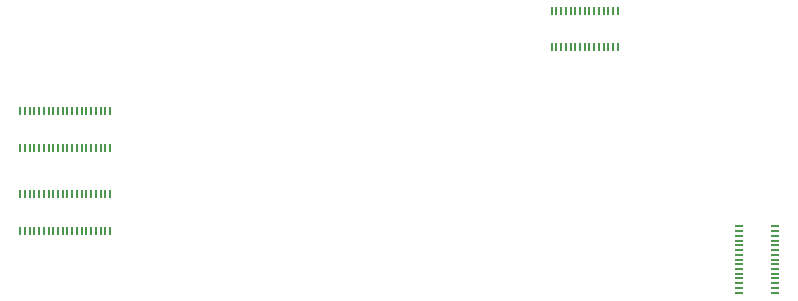
<source format=gbp>
G04 #@! TF.GenerationSoftware,KiCad,Pcbnew,7.0.10-7.0.10~ubuntu22.04.1*
G04 #@! TF.CreationDate,2024-02-08T17:20:11-05:00*
G04 #@! TF.ProjectId,daughterBoard,64617567-6874-4657-9242-6f6172642e6b,rev?*
G04 #@! TF.SameCoordinates,Original*
G04 #@! TF.FileFunction,Paste,Bot*
G04 #@! TF.FilePolarity,Positive*
%FSLAX46Y46*%
G04 Gerber Fmt 4.6, Leading zero omitted, Abs format (unit mm)*
G04 Created by KiCad (PCBNEW 7.0.10-7.0.10~ubuntu22.04.1) date 2024-02-08 17:20:11*
%MOMM*%
%LPD*%
G01*
G04 APERTURE LIST*
%ADD10R,0.200000X0.700000*%
%ADD11R,0.700000X0.200000*%
G04 APERTURE END LIST*
D10*
X202300000Y-77040000D03*
X201900000Y-77040000D03*
X201500000Y-77040000D03*
X201100000Y-77040000D03*
X200700000Y-77040000D03*
X200300000Y-77040000D03*
X199900000Y-77040000D03*
X199500000Y-77040000D03*
X199100000Y-77040000D03*
X198700000Y-77040000D03*
X198300000Y-77040000D03*
X197900000Y-77040000D03*
X197500000Y-77040000D03*
X197100000Y-77040000D03*
X196700000Y-77040000D03*
X202300000Y-73960000D03*
X201900000Y-73960000D03*
X201500000Y-73960000D03*
X201100000Y-73960000D03*
X200700000Y-73960000D03*
X200300000Y-73960000D03*
X199900000Y-73960000D03*
X199500000Y-73960000D03*
X199100000Y-73960000D03*
X198700000Y-73960000D03*
X198300000Y-73960000D03*
X197900000Y-73960000D03*
X197500000Y-73960000D03*
X197100000Y-73960000D03*
X196700000Y-73960000D03*
D11*
X215640000Y-92200000D03*
X215640000Y-92600000D03*
X215640000Y-93000000D03*
X215640000Y-93400000D03*
X215640000Y-93800000D03*
X215640000Y-94200000D03*
X215640000Y-94600000D03*
X215640000Y-95000000D03*
X215640000Y-95400000D03*
X215640000Y-95800000D03*
X215640000Y-96200000D03*
X215640000Y-96600000D03*
X215640000Y-97000000D03*
X215640000Y-97400000D03*
X215640000Y-97800000D03*
X212560000Y-92200000D03*
X212560000Y-92600000D03*
X212560000Y-93000000D03*
X212560000Y-93400000D03*
X212560000Y-93800000D03*
X212560000Y-94200000D03*
X212560000Y-94600000D03*
X212560000Y-95000000D03*
X212560000Y-95400000D03*
X212560000Y-95800000D03*
X212560000Y-96200000D03*
X212560000Y-96600000D03*
X212560000Y-97000000D03*
X212560000Y-97400000D03*
X212560000Y-97800000D03*
D10*
X151700000Y-89460000D03*
X152100000Y-89460000D03*
X152500000Y-89460000D03*
X152900000Y-89460000D03*
X153300000Y-89460000D03*
X153700000Y-89460000D03*
X154100000Y-89460000D03*
X154500000Y-89460000D03*
X154900000Y-89460000D03*
X155300000Y-89460000D03*
X155700000Y-89460000D03*
X156100000Y-89460000D03*
X156500000Y-89460000D03*
X156900000Y-89460000D03*
X157300000Y-89460000D03*
X157700000Y-89460000D03*
X158100000Y-89460000D03*
X158500000Y-89460000D03*
X158900000Y-89460000D03*
X159300000Y-89460000D03*
X151700000Y-92540000D03*
X152100000Y-92540000D03*
X152500000Y-92540000D03*
X152900000Y-92540000D03*
X153300000Y-92540000D03*
X153700000Y-92540000D03*
X154100000Y-92540000D03*
X154500000Y-92540000D03*
X154900000Y-92540000D03*
X155300000Y-92540000D03*
X155700000Y-92540000D03*
X156100000Y-92540000D03*
X156500000Y-92540000D03*
X156900000Y-92540000D03*
X157300000Y-92540000D03*
X157700000Y-92540000D03*
X158100000Y-92540000D03*
X158500000Y-92540000D03*
X158900000Y-92540000D03*
X159300000Y-92540000D03*
X159300000Y-85540000D03*
X158900000Y-85540000D03*
X158500000Y-85540000D03*
X158100000Y-85540000D03*
X157700000Y-85540000D03*
X157300000Y-85540000D03*
X156900000Y-85540000D03*
X156500000Y-85540000D03*
X156100000Y-85540000D03*
X155700000Y-85540000D03*
X155300000Y-85540000D03*
X154900000Y-85540000D03*
X154500000Y-85540000D03*
X154100000Y-85540000D03*
X153700000Y-85540000D03*
X153300000Y-85540000D03*
X152900000Y-85540000D03*
X152500000Y-85540000D03*
X152100000Y-85540000D03*
X151700000Y-85540000D03*
X159300000Y-82460000D03*
X158900000Y-82460000D03*
X158500000Y-82460000D03*
X158100000Y-82460000D03*
X157700000Y-82460000D03*
X157300000Y-82460000D03*
X156900000Y-82460000D03*
X156500000Y-82460000D03*
X156100000Y-82460000D03*
X155700000Y-82460000D03*
X155300000Y-82460000D03*
X154900000Y-82460000D03*
X154500000Y-82460000D03*
X154100000Y-82460000D03*
X153700000Y-82460000D03*
X153300000Y-82460000D03*
X152900000Y-82460000D03*
X152500000Y-82460000D03*
X152100000Y-82460000D03*
X151700000Y-82460000D03*
M02*

</source>
